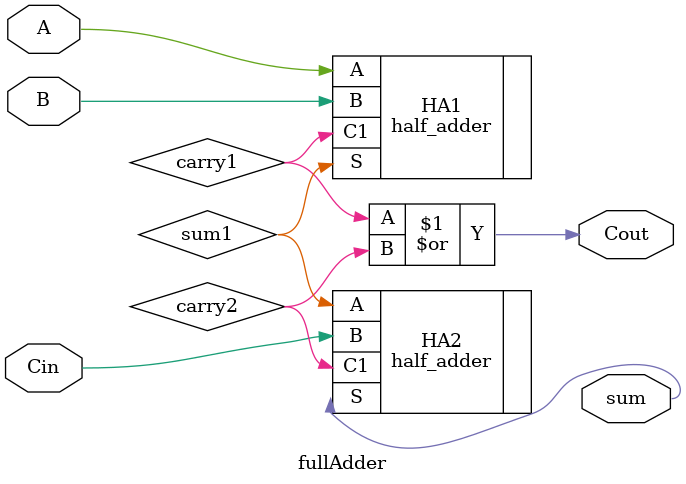
<source format=v>
`include "halfAdder.v"
module fullAdder( input A, input B, input Cin, output sum, output Cout );
  wire sum1, carry1, carry2;
  half_adder HA1(.A(A), .B(B), .S(sum1), .C1(carry1));
  half_adder HA2(.A(sum1), .B(Cin), .S(sum), .C1(carry2));
  or o1(Cout, carry1, carry2);
endmodule
</source>
